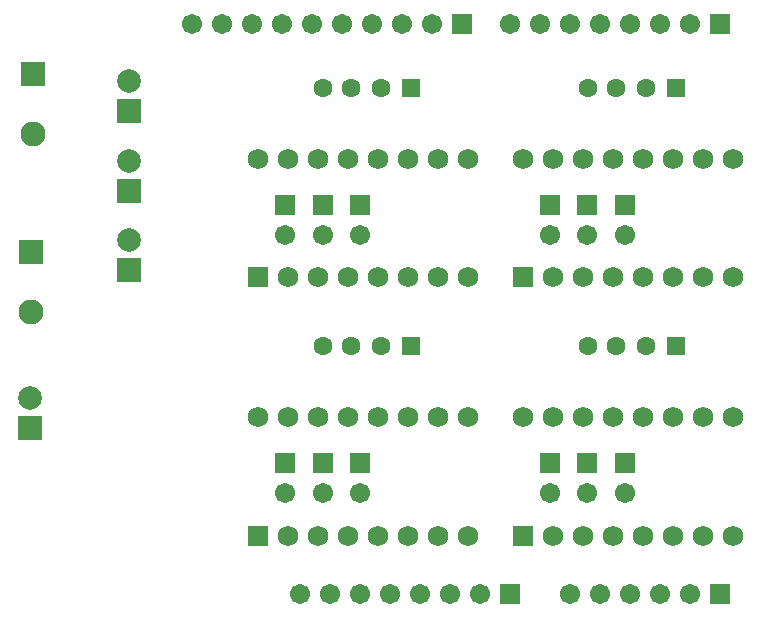
<source format=gbs>
G04*
G04 #@! TF.GenerationSoftware,Altium Limited,Altium Designer,18.1.7 (191)*
G04*
G04 Layer_Color=16711935*
%FSLAX44Y44*%
%MOMM*%
G71*
G01*
G75*
%ADD20C,1.7272*%
%ADD21R,1.7272X1.7272*%
%ADD22C,2.1032*%
%ADD23R,2.1032X2.1032*%
%ADD24R,2.0032X2.0032*%
%ADD25C,2.0032*%
%ADD26C,1.7032*%
%ADD27R,1.7032X1.7032*%
%ADD28C,1.6032*%
%ADD29R,1.6032X1.6032*%
%ADD30R,1.7032X1.7032*%
D20*
X1233693Y728140D02*
D03*
X1208293D02*
D03*
X1284493D02*
D03*
X1259093D02*
D03*
X1309893D02*
D03*
X1335293D02*
D03*
X1360693D02*
D03*
Y828470D02*
D03*
X1335293D02*
D03*
X1309893D02*
D03*
X1259093D02*
D03*
X1284493D02*
D03*
X1208293D02*
D03*
X1182893D02*
D03*
X1233693D02*
D03*
X1009460Y727949D02*
D03*
X984060D02*
D03*
X1060260D02*
D03*
X1034860D02*
D03*
X1085660D02*
D03*
X1111060D02*
D03*
X1136460D02*
D03*
Y828279D02*
D03*
X1111060D02*
D03*
X1085660D02*
D03*
X1034860D02*
D03*
X1060260D02*
D03*
X984060D02*
D03*
X958660D02*
D03*
X1009460D02*
D03*
X1233693Y509400D02*
D03*
X1208293D02*
D03*
X1284493D02*
D03*
X1259093D02*
D03*
X1309893D02*
D03*
X1335293D02*
D03*
X1360693D02*
D03*
Y609730D02*
D03*
X1335293D02*
D03*
X1309893D02*
D03*
X1259093D02*
D03*
X1284493D02*
D03*
X1208293D02*
D03*
X1182893D02*
D03*
X1233693D02*
D03*
X1009460Y509208D02*
D03*
X984060D02*
D03*
X1060260D02*
D03*
X1034860D02*
D03*
X1085660D02*
D03*
X1111060D02*
D03*
X1136460D02*
D03*
Y609538D02*
D03*
X1111060D02*
D03*
X1085660D02*
D03*
X1034860D02*
D03*
X1060260D02*
D03*
X984060D02*
D03*
X958660D02*
D03*
X1009460D02*
D03*
D21*
X1182893Y728140D02*
D03*
X958660Y727949D02*
D03*
X1182893Y509400D02*
D03*
X958660Y509208D02*
D03*
D22*
X768350Y849630D02*
D03*
X767080Y698500D02*
D03*
D23*
X768350Y900430D02*
D03*
X767080Y749300D02*
D03*
D24*
X849630Y734060D02*
D03*
Y801370D02*
D03*
Y868680D02*
D03*
X765810Y600710D02*
D03*
D25*
X849630Y759460D02*
D03*
Y826770D02*
D03*
Y894080D02*
D03*
X765810Y626110D02*
D03*
D26*
X1172210Y942340D02*
D03*
X1197610D02*
D03*
X1223010D02*
D03*
X1248410D02*
D03*
X1273810D02*
D03*
X1299210D02*
D03*
X1324610D02*
D03*
X981810Y763810D02*
D03*
X1013510D02*
D03*
X1045210D02*
D03*
X1269443Y764001D02*
D03*
X1237743D02*
D03*
X1206043D02*
D03*
Y545261D02*
D03*
X1237743D02*
D03*
X1269443D02*
D03*
X1045210Y545070D02*
D03*
X1013510D02*
D03*
X981810D02*
D03*
X1223010Y459740D02*
D03*
X1248410D02*
D03*
X1273810D02*
D03*
X1299210D02*
D03*
X1324610D02*
D03*
X1146810D02*
D03*
X1121410D02*
D03*
X1096010D02*
D03*
X1070610D02*
D03*
X1045210D02*
D03*
X1019810D02*
D03*
X994410D02*
D03*
X1080770Y942340D02*
D03*
X902970D02*
D03*
X928370D02*
D03*
X953770D02*
D03*
X979170D02*
D03*
X1004570D02*
D03*
X1029970D02*
D03*
X1055370D02*
D03*
X1106170D02*
D03*
D27*
X1350010D02*
D03*
Y459740D02*
D03*
X1172210D02*
D03*
X1131570Y942340D02*
D03*
D28*
X1013644Y888416D02*
D03*
X1063174D02*
D03*
X1037774D02*
D03*
X1237877Y888607D02*
D03*
X1287407D02*
D03*
X1262007D02*
D03*
X1237877Y669867D02*
D03*
X1287407D02*
D03*
X1262007D02*
D03*
X1037774Y669675D02*
D03*
X1063174D02*
D03*
X1013644D02*
D03*
D29*
X1088574Y888416D02*
D03*
X1312807Y888607D02*
D03*
Y669867D02*
D03*
X1088574Y669675D02*
D03*
D30*
X981810Y789210D02*
D03*
X1013510D02*
D03*
X1045210D02*
D03*
X1269443Y789401D02*
D03*
X1237743D02*
D03*
X1206043D02*
D03*
Y570661D02*
D03*
X1237743D02*
D03*
X1269443D02*
D03*
X1045210Y570470D02*
D03*
X1013510D02*
D03*
X981810D02*
D03*
M02*

</source>
